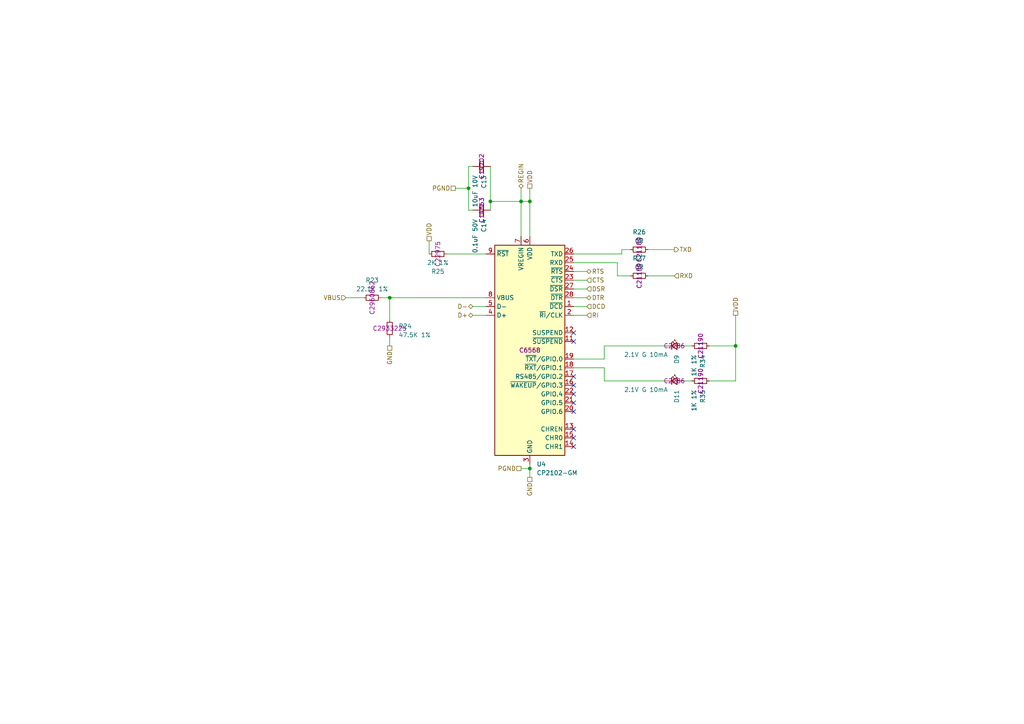
<source format=kicad_sch>
(kicad_sch (version 20250114) (generator "eeschema") (generator_version "9.0")
  (paper "A4")
  (title_block (title "AiO-i2s-DAC") (date "2025-06-04") (rev "0.1.5") (company "Martin Roger"))
  (lib_symbols
    (symbol "Device:C_Small" (pin_numbers (hide yes)) (pin_names (offset 0.254) (hide yes))
      (property "Reference" "C" (at 0.254 1.778 0))
      (property "Value" "C_Small" (at 0.254 -2.032 0))
      (symbol "C_Small_0_1"
        (polyline (pts (xy -1.524 0.508) (xy 1.524 0.508)) (stroke (width 0.3048)))
        (polyline (pts (xy -1.524 -0.508) (xy 1.524 -0.508)) (stroke (width 0.3302)))
      )
      (symbol "C_Small_1_1"
        (pin passive line (at 0 2.54 270) (length 2.032) (name "~") (number "1"))
        (pin passive line (at 0 -2.54 90) (length 2.032) (name "~") (number "2"))
      )
    )
    (symbol "Device:LED_Small" (pin_numbers (hide yes)) (pin_names (offset 0.254) (hide yes))
      (property "Reference" "D" (at -1.27 3.175 0))
      (property "Value" "LED_Small" (at -4.445 -2.54 0))
      (symbol "LED_Small_0_1"
        (polyline (pts (xy -0.762 -1.016) (xy -0.762 1.016)) (stroke (width 0.254)))
        (polyline (pts (xy 0 0.762) (xy -0.508 1.27) (xy -0.254 1.27) (xy -0.508 1.27) (xy -0.508 1.016)))
        (polyline (pts (xy 0.508 1.27) (xy 0 1.778) (xy 0.254 1.778) (xy 0 1.778) (xy 0 1.524)))
        (polyline (pts (xy 0.762 -1.016) (xy -0.762 0) (xy 0.762 1.016) (xy 0.762 -1.016)) (stroke (width 0.254)))
        (polyline (pts (xy 1.016 0) (xy -0.762 0)))
      )
      (symbol "LED_Small_1_1"
        (pin passive line (at -2.54 0 0) (length 1.778) (name "K") (number "1"))
        (pin passive line (at 2.54 0 180) (length 1.778) (name "A") (number "2"))
      )
    )
    (symbol "Device:R_Small" (pin_numbers (hide yes)) (pin_names (offset 0.254) (hide yes))
      (property "Reference" "R" (at 0.762 0.508 0))
      (property "Value" "R_Small" (at 0.762 -1.016 0))
      (symbol "R_Small_0_1"
        (rectangle (start -0.762 1.778) (end 0.762 -1.778) (stroke (width 0.2032)))
      )
      (symbol "R_Small_1_1"
        (pin passive line (at 0 2.54 270) (length 0.762) (name "~") (number "1"))
        (pin passive line (at 0 -2.54 90) (length 0.762) (name "~") (number "2"))
      )
    )
    (symbol "Interface_USB:CP2102N-Axx-xQFN28"
      (property "Reference" "U" (at -8.89 31.75 0))
      (property "Value" "CP2102N-Axx-xQFN28" (at 12.7 31.75 0))
      (symbol "CP2102N-Axx-xQFN28_0_1"
        (rectangle (start -10.16 30.48) (end 10.16 -30.48) (stroke (width 0.254)) (fill (type background)))
      )
      (symbol "CP2102N-Axx-xQFN28_1_1"
        (pin input line (at -12.7 27.94 0) (length 2.54) (name "~{RST}") (number "9"))
        (pin input line (at -12.7 15.24 0) (length 2.54) (name "VBUS") (number "8"))
        (pin bidirectional line (at -12.7 12.7 0) (length 2.54) (name "D-") (number "5"))
        (pin bidirectional line (at -12.7 10.16 0) (length 2.54) (name "D+") (number "4"))
        (pin no_connect line (at -10.16 -27.94 0) (length 2.54) (hide yes) (name "NC") (number "10"))
        (pin power_in line (at -2.54 33.02 270) (length 2.54) (name "VREGIN") (number "7"))
        (pin power_in line (at 0 33.02 270) (length 2.54) (name "VDD") (number "6"))
        (pin passive line (at 0 -33.02 90) (length 2.54) (hide yes) (name "GND") (number "29"))
        (pin power_in line (at 0 -33.02 90) (length 2.54) (name "GND") (number "3"))
        (pin output line (at 12.7 27.94 180) (length 2.54) (name "TXD") (number "26"))
        (pin input line (at 12.7 25.4 180) (length 2.54) (name "RXD") (number "25"))
        (pin output line (at 12.7 22.86 180) (length 2.54) (name "~{RTS}") (number "24"))
        (pin input line (at 12.7 20.32 180) (length 2.54) (name "~{CTS}") (number "23"))
        (pin input line (at 12.7 17.78 180) (length 2.54) (name "~{DSR}") (number "27"))
        (pin output line (at 12.7 15.24 180) (length 2.54) (name "~{DTR}") (number "28"))
        (pin input line (at 12.7 12.7 180) (length 2.54) (name "~{DCD}") (number "1"))
        (pin bidirectional line (at 12.7 10.16 180) (length 2.54) (name "~{RI}/CLK") (number "2"))
        (pin output line (at 12.7 5.08 180) (length 2.54) (name "SUSPEND") (number "12"))
        (pin output line (at 12.7 2.54 180) (length 2.54) (name "~{SUSPEND}") (number "11"))
        (pin bidirectional line (at 12.7 -2.54 180) (length 2.54) (name "~{TXT}/GPIO.0") (number "19"))
        (pin bidirectional line (at 12.7 -5.08 180) (length 2.54) (name "~{RXT}/GPIO.1") (number "18"))
        (pin bidirectional line (at 12.7 -7.62 180) (length 2.54) (name "RS485/GPIO.2") (number "17"))
        (pin bidirectional line (at 12.7 -10.16 180) (length 2.54) (name "~{WAKEUP}/GPIO.3") (number "16"))
        (pin bidirectional line (at 12.7 -12.7 180) (length 2.54) (name "GPIO.4") (number "22"))
        (pin bidirectional line (at 12.7 -15.24 180) (length 2.54) (name "GPIO.5") (number "21"))
        (pin bidirectional line (at 12.7 -17.78 180) (length 2.54) (name "GPIO.6") (number "20"))
        (pin output line (at 12.7 -22.86 180) (length 2.54) (name "CHREN") (number "13"))
        (pin output line (at 12.7 -25.4 180) (length 2.54) (name "CHR0") (number "15"))
        (pin output line (at 12.7 -27.94 180) (length 2.54) (name "CHR1") (number "14"))
      )
    )
  )
  (junction (at 142.24 58.42))
  (junction (at 113.03 86.36))
  (junction (at 153.67 58.42))
  (junction (at 135.89 54.61))
  (junction (at 153.67 135.89))
  (junction (at 151.13 58.42))
  (junction (at 213.36 100.33))
  (no_connect (at 166.37 116.84))
  (no_connect (at 166.37 119.38))
  (no_connect (at 166.37 99.06))
  (no_connect (at 166.37 124.46))
  (no_connect (at 166.37 109.22))
  (no_connect (at 166.37 127))
  (no_connect (at 166.37 96.52))
  (no_connect (at 166.37 129.54))
  (no_connect (at 166.37 111.76))
  (no_connect (at 166.37 114.3))
  (wire (pts (xy 153.67 134.62) (xy 153.67 135.89)))
  (wire (pts (xy 129.54 73.66) (xy 140.97 73.66)))
  (wire (pts (xy 135.89 48.26) (xy 137.16 48.26)))
  (wire (pts (xy 137.16 91.44) (xy 140.97 91.44)))
  (wire (pts (xy 153.67 58.42) (xy 153.67 68.58)))
  (wire (pts (xy 151.13 54.61) (xy 151.13 58.42)))
  (wire (pts (xy 200.66 100.33) (xy 198.12 100.33)))
  (wire (pts (xy 135.89 54.61) (xy 135.89 60.96)))
  (wire (pts (xy 135.89 48.26) (xy 135.89 54.61)))
  (wire (pts (xy 151.13 58.42) (xy 151.13 68.58)))
  (wire (pts (xy 205.74 110.49) (xy 213.36 110.49)))
  (wire (pts (xy 200.66 110.49) (xy 198.12 110.49)))
  (wire (pts (xy 153.67 135.89) (xy 153.67 138.43)))
  (wire (pts (xy 175.26 104.14) (xy 166.37 104.14)))
  (wire (pts (xy 137.16 88.9) (xy 140.97 88.9)))
  (wire (pts (xy 213.36 91.44) (xy 213.36 100.33)))
  (wire (pts (xy 175.26 110.49) (xy 175.26 106.68)))
  (wire (pts (xy 175.26 100.33) (xy 175.26 104.14)))
  (wire (pts (xy 187.96 80.01) (xy 195.58 80.01)))
  (wire (pts (xy 166.37 81.28) (xy 170.18 81.28)))
  (wire (pts (xy 193.04 110.49) (xy 175.26 110.49)))
  (wire (pts (xy 213.36 100.33) (xy 205.74 100.33)))
  (wire (pts (xy 166.37 78.74) (xy 170.18 78.74)))
  (wire (pts (xy 151.13 58.42) (xy 153.67 58.42)))
  (wire (pts (xy 153.67 54.61) (xy 153.67 58.42)))
  (wire (pts (xy 179.07 76.2) (xy 166.37 76.2)))
  (wire (pts (xy 151.13 135.89) (xy 153.67 135.89)))
  (wire (pts (xy 180.34 72.39) (xy 182.88 72.39)))
  (wire (pts (xy 193.04 100.33) (xy 175.26 100.33)))
  (wire (pts (xy 113.03 86.36) (xy 140.97 86.36)))
  (wire (pts (xy 179.07 80.01) (xy 179.07 76.2)))
  (wire (pts (xy 142.24 48.26) (xy 142.24 58.42)))
  (wire (pts (xy 132.08 54.61) (xy 135.89 54.61)))
  (wire (pts (xy 166.37 86.36) (xy 170.18 86.36)))
  (wire (pts (xy 100.33 86.36) (xy 105.41 86.36)))
  (wire (pts (xy 113.03 86.36) (xy 113.03 92.71)))
  (wire (pts (xy 175.26 106.68) (xy 166.37 106.68)))
  (wire (pts (xy 213.36 110.49) (xy 213.36 100.33)))
  (wire (pts (xy 195.58 72.39) (xy 187.96 72.39)))
  (wire (pts (xy 113.03 97.79) (xy 113.03 100.33)))
  (wire (pts (xy 166.37 91.44) (xy 170.18 91.44)))
  (wire (pts (xy 166.37 83.82) (xy 170.18 83.82)))
  (wire (pts (xy 110.49 86.36) (xy 113.03 86.36)))
  (wire (pts (xy 142.24 58.42) (xy 151.13 58.42)))
  (wire (pts (xy 135.89 60.96) (xy 137.16 60.96)))
  (wire (pts (xy 179.07 80.01) (xy 182.88 80.01)))
  (wire (pts (xy 166.37 88.9) (xy 170.18 88.9)))
  (wire (pts (xy 180.34 73.66) (xy 166.37 73.66)))
  (wire (pts (xy 142.24 58.42) (xy 142.24 60.96)))
  (wire (pts (xy 180.34 72.39) (xy 180.34 73.66)))
  (wire (pts (xy 124.46 69.85) (xy 124.46 73.66)))
  (hierarchical_label "TXD" (shape output) (at 195.58 72.39 0))
  (hierarchical_label "DTR" (shape bidirectional) (at 170.18 86.36 0))
  (hierarchical_label "GND" (shape passive) (at 113.03 100.33 270))
  (hierarchical_label "RI" (shape input) (at 170.18 91.44 0))
  (hierarchical_label "CTS" (shape input) (at 170.18 81.28 0))
  (hierarchical_label "GND" (shape passive) (at 153.67 138.43 270))
  (hierarchical_label "PGND" (shape passive) (at 151.13 135.89 180))
  (hierarchical_label "RTS" (shape bidirectional) (at 170.18 78.74 0))
  (hierarchical_label "VBUS" (shape input) (at 100.33 86.36 180))
  (hierarchical_label "D+" (shape bidirectional) (at 137.16 91.44 180))
  (hierarchical_label "DCD" (shape input) (at 170.18 88.9 0))
  (hierarchical_label "VDD" (shape passive) (at 213.36 91.44 90))
  (hierarchical_label "REGIN" (shape bidirectional) (at 151.13 54.61 90))
  (hierarchical_label "RXD" (shape input) (at 195.58 80.01 0))
  (hierarchical_label "VDD" (shape passive) (at 153.67 54.61 90))
  (hierarchical_label "DSR" (shape input) (at 170.18 83.82 0))
  (hierarchical_label "D-" (shape bidirectional) (at 137.16 88.9 180))
  (hierarchical_label "VDD" (shape passive) (at 124.46 69.85 90))
  (hierarchical_label "PGND" (shape passive) (at 132.08 54.61 180))
  (symbol (lib_id "Device:R_Small") (at 203.2 100.33 270) (unit 1)
    (property "Reference" "R1" (at 203.835 102.87 0) (effects (justify left)))
    (property "Value" "1K 1%" (at 201.295 102.87 0) (effects (justify left)))
    (property "Footprint" "Resistor_SMD:R_0603_1608Metric" (effects (hide yes)))
    (property "Datasheet" "https://www.yageo.com/upload/media/product/products/datasheet/rchip/PYu-RC_Group_51_RoHS_L_12.pdf" (effects (hide yes)))
    (property "Description" "RES 1K OHM 1% 1/10W 0603" (effects (hide yes)))
    (property "Manufacturer_Name" "YAGEO" (effects (hide yes)))
    (property "Manufacturer_Part_Number" "RC0603FR-071KL" (effects (hide yes)))
    (property "Type" "SMD" (effects (hide yes)))
    (property "LCSC" "C21190" (at 203.2 100.33 0))
    (instances (project "a1s-mini" (path "" (reference "R34") (unit 1)) (path "" (reference "R1") (unit 1))))
  )
  (symbol (lib_id "Device:C_Small") (at 139.7 60.96 90) (unit 1)
    (property "Reference" "C11" (at 140.3414 63.5 0) (effects (justify right)))
    (property "Value" "0.1uF 50V" (at 137.8014 63.5 0) (effects (justify right)))
    (property "Footprint" "Capacitor_SMD:C_0603_1608Metric" (effects (hide yes)))
    (property "Datasheet" "https://mm.digikey.com/Volume0/opasdata/d220001/medias/docus/609/CL10B104KB8NNNC_Spec.pdf" (effects (hide yes)))
    (property "Description" "CAP CER 0.1UF 50V X7R 0603" (effects (hide yes)))
    (property "Manufacturer_Name" "Samsung Electro-Mechanics" (effects (hide yes)))
    (property "Manufacturer_Part_Number" "CL10B104KB8NNNC" (effects (hide yes)))
    (property "Type" "SMD" (effects (hide yes)))
    (property "LCSC" "C14663" (at 139.7 60.96 0))
    (instances (project "a1s-mini" (path "" (reference "C14") (unit 1)) (path "" (reference "C11") (unit 1))))
  )
  (symbol (lib_id "Device:LED_Small") (at 195.58 110.49 0) (unit 1)
    (property "Reference" "D2" (at 196.2785 113.03 90) (effects (justify right)))
    (property "Value" "2.1V G 10mA" (at 193.7385 113.03 0) (effects (justify right)))
    (property "Footprint" "LED_SMD:LED_0603_1608Metric" (effects (hide yes)))
    (property "Datasheet" "https://mm.digikey.com/Volume0/opasdata/d220001/medias/docus/858/LTST-C190GKT.pdf" (effects (hide yes)))
    (property "Description" "LED GREEN CLEAR CHIP SMD" (effects (hide yes)))
    (property "Manufacturer_Name" "Lite-On Inc." (effects (hide yes)))
    (property "Manufacturer_Part_Number" "LTST-C190GKT" (effects (hide yes)))
    (property "Type" "SMD" (effects (hide yes)))
    (property "LCSC" "C2286" (at 195.58 110.49 0))
    (instances (project "a1s-mini" (path "" (reference "D11") (unit 1)) (path "" (reference "D2") (unit 1))) (project "ipodesp32 PL2303" (path "" (reference "D3") (unit 1))))
  )
  (symbol (lib_id "Device:LED_Small") (at 195.58 100.33 0) (unit 1)
    (property "Reference" "D1" (at 196.2785 102.87 90) (effects (justify right)))
    (property "Value" "2.1V G 10mA" (at 193.7385 102.87 0) (effects (justify right)))
    (property "Footprint" "LED_SMD:LED_0603_1608Metric" (effects (hide yes)))
    (property "Datasheet" "https://mm.digikey.com/Volume0/opasdata/d220001/medias/docus/858/LTST-C190GKT.pdf" (effects (hide yes)))
    (property "Description" "LED GREEN CLEAR CHIP SMD" (effects (hide yes)))
    (property "Manufacturer_Name" "Lite-On Inc." (effects (hide yes)))
    (property "Manufacturer_Part_Number" "LTST-C190GKT" (effects (hide yes)))
    (property "Type" "SMD" (effects (hide yes)))
    (property "LCSC" "C2286" (at 195.58 100.33 0))
    (instances (project "a1s-mini" (path "" (reference "D9") (unit 1)) (path "" (reference "D1") (unit 1))) (project "ipodesp32 PL2303" (path "" (reference "D3") (unit 1))))
  )
  (symbol (lib_id "Device:R_Small") (at 185.42 80.01 90) (unit 1)
    (property "Reference" "R19" (at 185.42 74.93 90))
    (property "Value" "0R" (at 185.42 77.47 90))
    (property "Footprint" "Resistor_SMD:R_0603_1608Metric" (effects (hide yes)))
    (property "Datasheet" "https://www.seielect.com/catalog/sei-rmcf_rmcp.pdf" (effects (hide yes)))
    (property "Description" "RES 0 OHM JUMPER 1/10W 0603" (effects (hide yes)))
    (property "Manufacturer_Name" "StackPole Electronics" (effects (hide yes)))
    (property "Manufacturer_Part_Number" "RMCF0603ZT0R00" (effects (hide yes)))
    (property "Type" "SMD" (effects (hide yes)))
    (property "LCSC" "C21189" (at 185.42 80.01 0))
    (instances (project "a1s-mini" (path "" (reference "R27") (unit 1)) (path "" (reference "R19") (unit 1))))
  )
  (symbol (lib_id "Device:C_Small") (at 139.7 48.26 90) (unit 1)
    (property "Reference" "C10" (at 140.3414 50.8 0) (effects (justify right)))
    (property "Value" "10uF 10V" (at 137.8014 50.8 0) (effects (justify right)))
    (property "Footprint" "Capacitor_SMD:C_0603_1608Metric" (effects (hide yes)))
    (property "Datasheet" "https://mm.digikey.com/Volume0/opasdata/d220001/medias/docus/43/CL10A106KP8NNNC_Spec.pdf" (effects (hide yes)))
    (property "Description" "CAP CER 10UF 10V X5R 0603" (effects (hide yes)))
    (property "Manufacturer_Name" "Samsung Electro-Mechanics" (effects (hide yes)))
    (property "Manufacturer_Part_Number" "CL10A106KP8NNNC" (effects (hide yes)))
    (property "Type" "SMD" (effects (hide yes)))
    (property "LCSC" "C19702" (at 139.7 48.26 0))
    (instances (project "a1s-mini" (path "" (reference "C13") (unit 1)) (path "" (reference "C10") (unit 1))))
  )
  (symbol (lib_id "Device:R_Small") (at 107.95 86.36 90) (unit 1)
    (property "Reference" "R15" (at 107.95 81.28 90))
    (property "Value" "22.1K 1%" (at 107.95 83.82 90))
    (property "Footprint" "Resistor_SMD:R_0603_1608Metric" (effects (hide yes)))
    (property "Datasheet" "https://www.seielect.com/catalog/sei-rmcf_rmcp.pdf" (effects (hide yes)))
    (property "Description" "RES 22.1K OHM 1% 1/10W 0603" (effects (hide yes)))
    (property "Manufacturer_Name" "StackPole Electronics" (effects (hide yes)))
    (property "Manufacturer_Part_Number" "RMCF0603FT22K1" (effects (hide yes)))
    (property "Type" "SMD" (effects (hide yes)))
    (property "LCSC" "C2960862" (at 107.95 86.36 0))
    (instances (project "a1s-mini" (path "" (reference "R23") (unit 1)) (path "" (reference "R15") (unit 1))))
  )
  (symbol (lib_id "Device:R_Small") (at 203.2 110.49 270) (unit 1)
    (property "Reference" "R2" (at 203.835 113.03 0) (effects (justify left)))
    (property "Value" "1K 1%" (at 201.295 113.03 0) (effects (justify left)))
    (property "Footprint" "Resistor_SMD:R_0603_1608Metric" (effects (hide yes)))
    (property "Datasheet" "https://www.yageo.com/upload/media/product/products/datasheet/rchip/PYu-RC_Group_51_RoHS_L_12.pdf" (effects (hide yes)))
    (property "Description" "RES 1K OHM 1% 1/10W 0603" (effects (hide yes)))
    (property "Manufacturer_Name" "YAGEO" (effects (hide yes)))
    (property "Manufacturer_Part_Number" "RC0603FR-071KL" (effects (hide yes)))
    (property "Type" "SMD" (effects (hide yes)))
    (property "LCSC" "C21190" (at 203.2 110.49 0))
    (instances (project "a1s-mini" (path "" (reference "R35") (unit 1)) (path "" (reference "R2") (unit 1))))
  )
  (symbol (lib_id "Device:R_Small") (at 185.42 72.39 90) (unit 1)
    (property "Reference" "R18" (at 185.42 67.31 90))
    (property "Value" "0R" (at 185.42 69.85 90))
    (property "Footprint" "Resistor_SMD:R_0603_1608Metric" (effects (hide yes)))
    (property "Datasheet" "https://www.seielect.com/catalog/sei-rmcf_rmcp.pdf" (effects (hide yes)))
    (property "Description" "RES 0 OHM JUMPER 1/10W 0603" (effects (hide yes)))
    (property "Manufacturer_Name" "StackPole Electronics" (effects (hide yes)))
    (property "Manufacturer_Part_Number" "RMCF0603ZT0R00" (effects (hide yes)))
    (property "Type" "SMD" (effects (hide yes)))
    (property "LCSC" "C21189" (at 185.42 72.39 0))
    (instances (project "a1s-mini" (path "" (reference "R26") (unit 1)) (path "" (reference "R18") (unit 1))))
  )
  (symbol (lib_id "Device:R_Small") (at 127 73.66 90) (mirror x) (unit 1)
    (property "Reference" "R17" (at 127 78.74 90))
    (property "Value" "2K 1%" (at 127 76.2 90))
    (property "Footprint" "Resistor_SMD:R_0603_1608Metric" (effects (hide yes)))
    (property "Datasheet" "https://www.seielect.com/catalog/sei-rmcf_rmcp.pdf" (effects (hide yes)))
    (property "Description" "RES 2K OHM 1% 1/10W 0603" (effects (hide yes)))
    (property "Manufacturer_Name" "StackPole Electronics" (effects (hide yes)))
    (property "Manufacturer_Part_Number" "RMCF0603FT2K00" (effects (hide yes)))
    (property "Type" "SMD" (effects (hide yes)))
    (property "LCSC" "C22975" (at 127 73.66 0))
    (instances (project "a1s-mini" (path "" (reference "R25") (unit 1)) (path "" (reference "R17") (unit 1))))
  )
  (symbol (lib_id "Device:R_Small") (at 113.03 95.25 0) (unit 1)
    (property "Reference" "R16" (at 115.57 94.615 0) (effects (justify left)))
    (property "Value" "47.5K 1%" (at 115.57 97.155 0) (effects (justify left)))
    (property "Footprint" "Resistor_SMD:R_0603_1608Metric" (effects (hide yes)))
    (property "Datasheet" "https://industrial.panasonic.com/cdbs/www-data/pdf/RDA0000/AOA0000C304.pdf" (effects (hide yes)))
    (property "Description" "RES SMD 47.5K OHM 1% 1/10W 0603" (effects (hide yes)))
    (property "Manufacturer_Name" "Panasonic Electronic Components" (effects (hide yes)))
    (property "Manufacturer_Part_Number" "ERJ-3EKF4752V" (effects (hide yes)))
    (property "Type" "SMD" (effects (hide yes)))
    (property "LCSC" "C2933225" (at 113.03 95.25 0))
    (instances (project "a1s-mini" (path "" (reference "R24") (unit 1)) (path "" (reference "R16") (unit 1))))
  )
  (symbol (lib_id "Interface_USB:CP2102N-Axx-xQFN28") (at 153.67 101.6 0) (unit 1)
    (property "Reference" "U3" (at 155.6259 134.62 0) (effects (justify left)))
    (property "Value" "CP2102-GM" (at 155.6259 137.16 0) (effects (justify left)))
    (property "Footprint" "Package_DFN_QFN:QFN-28-1EP_5x5mm_P0.5mm_EP3.35x3.35mm" (effects (hide yes)))
    (property "Datasheet" "https://www.silabs.com/documents/public/data-sheets/CP2102-9.pdf" (effects (hide yes)))
    (property "Description" "IC USB TO UART BRIDGE QFN28" (effects (hide yes)))
    (property "Manufacturer_Name" "Silicon Labs" (effects (hide yes)))
    (property "Manufacturer_Part_Number" "CP2102-GM" (effects (hide yes)))
    (property "Type" "SMD" (effects (hide yes)))
    (property "LCSC" "C6568" (at 153.67 101.6 0))
    (instances (project "a1s-mini" (path "" (reference "U4") (unit 1)) (path "" (reference "U3") (unit 1))))
  )
)
</source>
